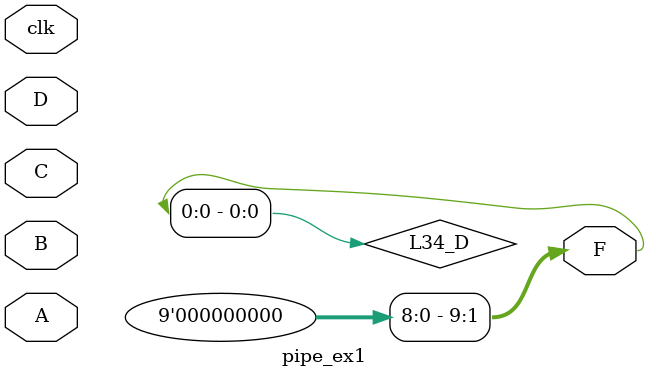
<source format=v>
module pipe_ex1 (F, A, B, C, D, clk);

  parameter N = 10;
 
  input [N-1:0] A, B, C, D;
  input clk;
  output [N-1:0] F;
  reg [N-1:0] L12_x1, L12_x2, L12_D, L23_x3, L23_D, L34_F;

  assign F = L34_D;

  always @ (posedge clk)    //**stage1**
    begin
      L12_x1 <= #4 A + B;
      L12_x2 <= #4 C - D;
      L12_D <= D;
   end 
     
  always @ (posedge clk)   //**stage2**
    begin
     L23_x3 <= #4 L12_x1 + L12+x2;
     L23_D <= L12_D;   
   end
 
   always @ (posedge clk)   //**stage3**
     L34_F <= #6 L23_x3 * L23_D;  //**stage3**
  
endmodule
</source>
